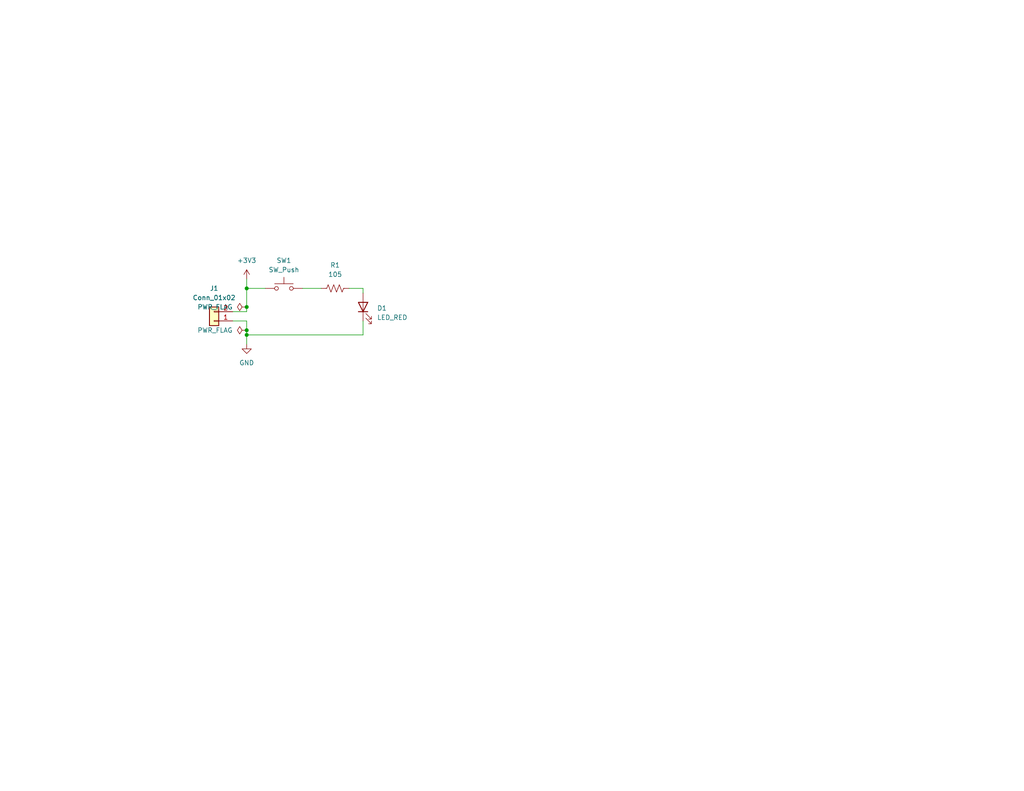
<source format=kicad_sch>
(kicad_sch (version 20231120) (generator "eeschema") (generator_version "8.0")
  (paper "USLetter")
  (title_block (title "LED Circuit") (date "2024-09-16") (rev "1.0") (company "Illini Solar Car") (comment 1 "Designed By: Reet Sinha"))
  (lib_symbols
    (symbol "Connector_Generic:Conn_01x02" (pin_names (offset 1.016) hide)
      (property "Reference" "J" (at 0 2.54 0))
      (property "Value" "Conn_01x02" (at 0 -5.08 0))
      (symbol "Conn_01x02_1_1"
        (rectangle (start -1.27 -2.413) (end 0 -2.667) (stroke (width 0.1524)))
        (rectangle (start -1.27 0.127) (end 0 -0.127) (stroke (width 0.1524)))
        (rectangle (start -1.27 1.27) (end 1.27 -3.81) (stroke (width 0.254)) (fill (type background)))
        (pin passive line (at -5.08 0 0) (length 3.81) (name "Pin_1") (number "1"))
        (pin passive line (at -5.08 -2.54 0) (length 3.81) (name "Pin_2") (number "2"))
      )
    )
    (symbol "Device:R_US" (pin_numbers hide) (pin_names (offset 0))
      (property "Reference" "R" (at 2.54 0 90))
      (property "Value" "R_US" (at -2.54 0 90))
      (symbol "R_US_0_1"
        (polyline (pts (xy 0 -2.286) (xy 0 -2.54)))
        (polyline (pts (xy 0 2.286) (xy 0 2.54)))
        (polyline (pts (xy 0 -0.762) (xy 1.016 -1.143) (xy 0 -1.524) (xy -1.016 -1.905) (xy 0 -2.286)))
        (polyline (pts (xy 0 0.762) (xy 1.016 0.381) (xy 0 0) (xy -1.016 -0.381) (xy 0 -0.762)))
        (polyline (pts (xy 0 2.286) (xy 1.016 1.905) (xy 0 1.524) (xy -1.016 1.143) (xy 0 0.762)))
      )
      (symbol "R_US_1_1"
        (pin passive line (at 0 3.81 270) (length 1.27) (name "~") (number "1"))
        (pin passive line (at 0 -3.81 90) (length 1.27) (name "~") (number "2"))
      )
    )
    (symbol "Switch:SW_Push" (pin_numbers hide) (pin_names (offset 1.016) hide)
      (property "Reference" "SW" (at 1.27 2.54 0))
      (property "Value" "SW_Push" (at 0 -1.524 0))
      (symbol "SW_Push_0_1"
        (circle (center -2.032 0) (radius 0.508))
        (polyline (pts (xy 0 1.27) (xy 0 3.048)))
        (polyline (pts (xy 2.54 1.27) (xy -2.54 1.27)))
        (circle (center 2.032 0) (radius 0.508))
        (pin passive line (at -5.08 0 0) (length 2.54) (name "1") (number "1"))
        (pin passive line (at 5.08 0 180) (length 2.54) (name "2") (number "2"))
      )
    )
    (symbol "device:LED" (pin_numbers hide) (pin_names (offset 1.016) hide)
      (property "Reference" "D" (at 0 2.54 0))
      (property "Value" "LED" (at 0 -2.54 0))
      (symbol "LED_0_1"
        (polyline (pts (xy -1.27 -1.27) (xy -1.27 1.27)) (stroke (width 0.254)))
        (polyline (pts (xy -1.27 0) (xy 1.27 0)))
        (polyline (pts (xy 1.27 -1.27) (xy 1.27 1.27) (xy -1.27 0) (xy 1.27 -1.27)) (stroke (width 0.254)))
        (polyline (pts (xy -3.048 -0.762) (xy -4.572 -2.286) (xy -3.81 -2.286) (xy -4.572 -2.286) (xy -4.572 -1.524)))
        (polyline (pts (xy -1.778 -0.762) (xy -3.302 -2.286) (xy -2.54 -2.286) (xy -3.302 -2.286) (xy -3.302 -1.524)))
      )
      (symbol "LED_1_1"
        (pin passive line (at -3.81 0 0) (length 2.54) (name "K") (number "1"))
        (pin passive line (at 3.81 0 180) (length 2.54) (name "A") (number "2"))
      )
    )
    (symbol "power:+3V3" (power) (pin_names (offset 0))
      (property "Value" "+3V3" (at 0 3.556 0))
      (symbol "+3V3_0_1"
        (polyline (pts (xy -0.762 1.27) (xy 0 2.54)))
        (polyline (pts (xy 0 0) (xy 0 2.54)))
        (polyline (pts (xy 0 2.54) (xy 0.762 1.27)))
      )
      (symbol "+3V3_1_1"
        (pin power_in line (at 0 0 90) (length 0) hide (name "+3V3") (number "1"))
      )
    )
    (symbol "power:GND" (power) (pin_names (offset 0))
      (property "Value" "GND" (at 0 -3.81 0))
      (symbol "GND_0_1"
        (polyline (pts (xy 0 0) (xy 0 -1.27) (xy 1.27 -1.27) (xy 0 -2.54) (xy -1.27 -1.27) (xy 0 -1.27)))
      )
      (symbol "GND_1_1"
        (pin power_in line (at 0 0 270) (length 0) hide (name "GND") (number "1"))
      )
    )
    (symbol "power:PWR_FLAG" (power) (pin_numbers hide) (pin_names (offset 0) hide)
      (property "Value" "PWR_FLAG" (at 0 3.81 0))
      (symbol "PWR_FLAG_0_0"
        (pin power_out line (at 0 0 90) (length 0) (name "pwr") (number "1"))
      )
      (symbol "PWR_FLAG_0_1"
        (polyline (pts (xy 0 0) (xy 0 1.27) (xy -1.016 1.905) (xy 0 2.54) (xy 1.016 1.905) (xy 0 1.27)))
      )
    )
  )
  (junction (at 67.31 90.17))
  (junction (at 67.31 83.82))
  (junction (at 67.31 78.74))
  (junction (at 67.31 91.44))
  (wire (pts (xy 67.31 91.44) (xy 67.31 93.98)))
  (wire (pts (xy 67.31 83.82) (xy 67.31 78.74)))
  (wire (pts (xy 82.55 78.74) (xy 87.63 78.74)))
  (wire (pts (xy 63.5 85.09) (xy 67.31 85.09)))
  (wire (pts (xy 63.5 87.63) (xy 67.31 87.63)))
  (wire (pts (xy 99.06 78.74) (xy 99.06 80.01)))
  (wire (pts (xy 99.06 91.44) (xy 67.31 91.44)))
  (wire (pts (xy 67.31 76.2) (xy 67.31 78.74)))
  (wire (pts (xy 67.31 78.74) (xy 72.39 78.74)))
  (wire (pts (xy 67.31 87.63) (xy 67.31 90.17)))
  (wire (pts (xy 95.25 78.74) (xy 99.06 78.74)))
  (wire (pts (xy 99.06 87.63) (xy 99.06 91.44)))
  (wire (pts (xy 67.31 90.17) (xy 67.31 91.44)))
  (wire (pts (xy 67.31 85.09) (xy 67.31 83.82)))
  (symbol (lib_id "power:GND") (at 67.31 93.98 0) (unit 1)
    (property "Reference" "#PWR02" (effects (hide yes)))
    (property "Value" "GND" (at 67.31 99.06 0))
    (property "Description" "Power symbol creates a global label with name \"GND\" , ground" (effects (hide yes)))
  )
  (symbol (lib_id "Switch:SW_Push") (at 77.47 78.74 0) (unit 1)
    (property "Reference" "SW1" (at 77.47 71.12 0))
    (property "Value" "SW_Push" (at 77.47 73.66 0))
    (property "Footprint" "Button_Switch_SMD:SW_DIP_SPSTx01_Slide_6.7x4.1mm_W8.61mm_P2.54mm_LowProfile" (effects (hide yes)))
    (property "Description" "Push button switch, generic, two pins" (effects (hide yes)))
  )
  (symbol (lib_id "power:+3V3") (at 67.31 76.2 0) (unit 1)
    (property "Reference" "#PWR01" (effects (hide yes)))
    (property "Value" "+3V3" (at 67.31 71.12 0))
    (property "Description" "Power symbol creates a global label with name \"+3V3\"" (effects (hide yes)))
  )
  (symbol (lib_id "device:LED") (at 99.06 83.82 90) (unit 1)
    (property "Reference" "D1" (at 102.87 84.1374 90) (effects (justify right)))
    (property "Value" "LED_RED" (at 102.87 86.6774 90) (effects (justify right)))
    (property "Footprint" "layout:LED_0603_Symbol_on_F.SilkS" (effects (hide yes)))
    (property "Description" "Light emitting diode" (effects (hide yes)))
  )
  (symbol (lib_id "power:PWR_FLAG") (at 67.31 83.82 90) (unit 1)
    (property "Reference" "#FLG01" (effects (hide yes)))
    (property "Value" "PWR_FLAG" (at 63.5 83.8199 90) (effects (justify left)))
    (property "Description" "Special symbol for telling ERC where power comes from" (effects (hide yes)))
  )
  (symbol (lib_id "Device:R_US") (at 91.44 78.74 90) (unit 1)
    (property "Reference" "R1" (at 91.44 72.39 90))
    (property "Value" "105" (at 91.44 74.93 90))
    (property "Footprint" "Resistor_SMD:R_0603_1608Metric_Pad0.98x0.95mm_HandSolder" (effects (hide yes)))
    (property "Description" "Resistor, US symbol" (effects (hide yes)))
  )
  (symbol (lib_id "power:PWR_FLAG") (at 67.31 90.17 90) (unit 1)
    (property "Reference" "#FLG02" (effects (hide yes)))
    (property "Value" "PWR_FLAG" (at 63.5 90.1699 90) (effects (justify left)))
    (property "Description" "Special symbol for telling ERC where power comes from" (effects (hide yes)))
  )
  (symbol (lib_id "Connector_Generic:Conn_01x02") (at 58.42 87.63 180) (unit 1)
    (property "Reference" "J1" (at 58.42 78.74 0))
    (property "Value" "Conn_01x02" (at 58.42 81.28 0))
    (property "Footprint" "Connector_Molex:Molex_KK-254_AE-6410-02A_1x02_P2.54mm_Vertical" (effects (hide yes)))
    (property "Description" "Generic connector, single row, 01x02, script generated (kicad-library-utils/schlib/autogen/connector/)" (effects (hide yes)))
  )
)
</source>
